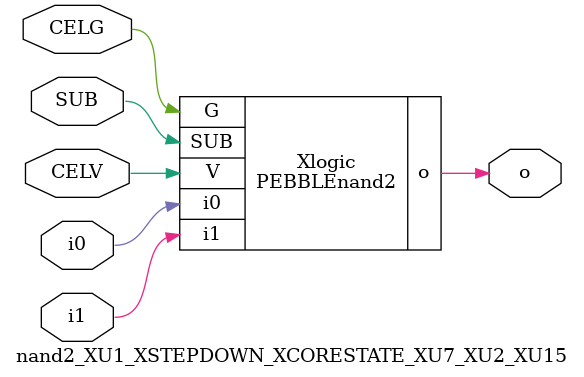
<source format=v>



module PEBBLEnand2 ( o, G, SUB, V, i0, i1 );

  input i0;
  input V;
  input i1;
  input G;
  output o;
  input SUB;
endmodule

//Celera Confidential Do Not Copy nand2_XU1_XSTEPDOWN_XCORESTATE_XU7_XU2_XU15
//Celera Confidential Symbol Generator
//5V NAND2
module nand2_XU1_XSTEPDOWN_XCORESTATE_XU7_XU2_XU15 (CELV,CELG,i0,i1,o,SUB);
input CELV;
input CELG;
input i0;
input i1;
input SUB;
output o;

//Celera Confidential Do Not Copy nand2
PEBBLEnand2 Xlogic(
.V (CELV),
.i0 (i0),
.i1 (i1),
.o (o),
.SUB (SUB),
.G (CELG)
);
//,diesize,PEBBLEnand2

//Celera Confidential Do Not Copy Module End
//Celera Schematic Generator
endmodule

</source>
